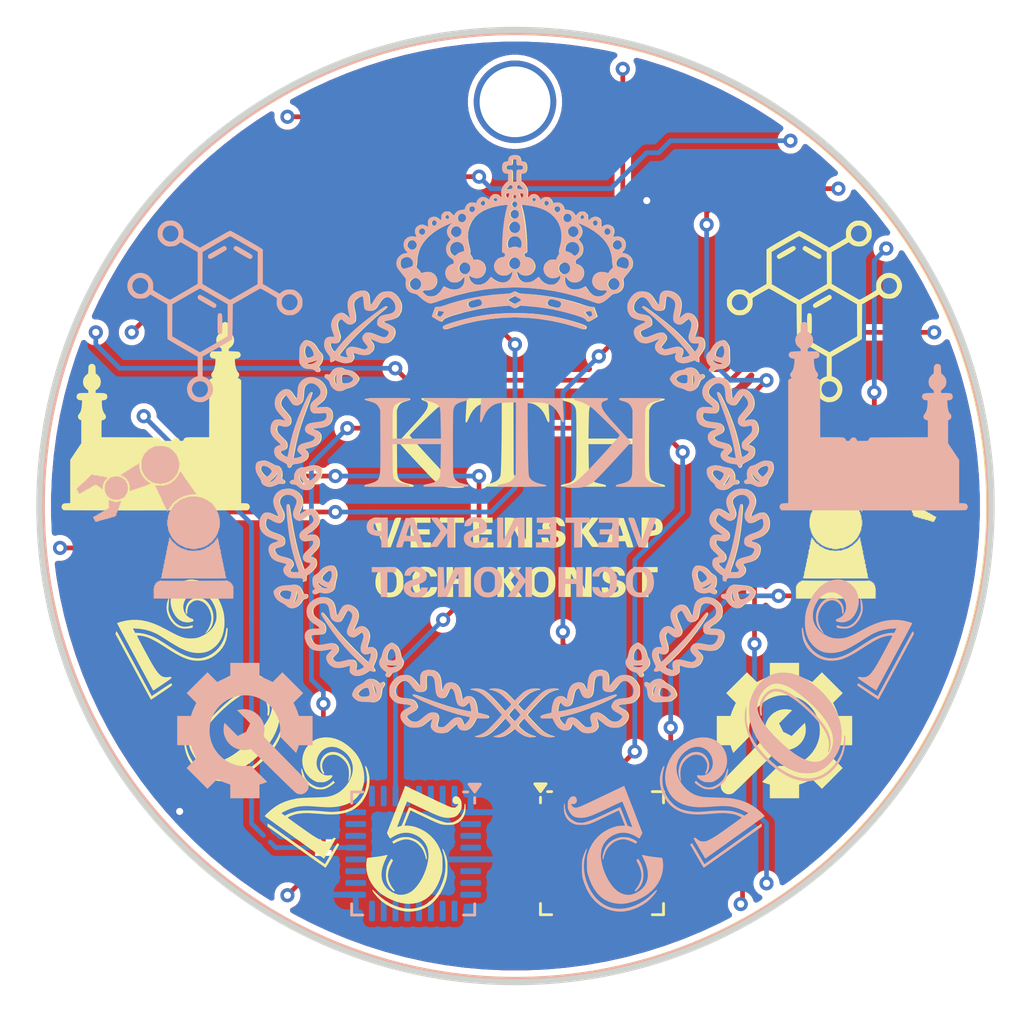
<source format=kicad_pcb>
(kicad_pcb (version 20241229) (generator "pcbnew") (generator_version "9.0")
  (layers (0 "F.Cu" signal) (2 "B.Cu" signal) (13 "F.Paste" user) (15 "B.Paste" user) (5 "F.SilkS" user "F.Silkscreen") (7 "B.SilkS" user "B.Silkscreen") (1 "F.Mask" user) (3 "B.Mask" user) (25 "Edge.Cuts" user))
  (net 0 "")
  (net 1 "GND")
  (net 7 "unconnected-(U1-PA14-Pad24)")
  (net 12 "unconnected-(U1-PB4-Pad27)")
  (net 20 "unconnected-(U2-PA11-Pad21)")
  (net 27 "unconnected-(U2-PB4-Pad27)")
  (net 54 "unconnected-(U1-PA13-Pad23)")
  (net 56 "unconnected-(U1-PB7-Pad30)")
  (net 57 "unconnected-(U1-PA0-Pad6)")
  (footprint "Package_DFN_QFN:QFN-32-1EP_5x5mm_P0.5mm_EP3.45x3.45mm" (layer "F.Cu") (at 143.39 104.895)
    (property "Reference" "U1" (hide yes))
    (property "Value" "STM32L011K4Ux" (hide yes))
    (pad "1" smd roundrect (at -2.4375 -1.75) (size 0.875 0.25) (layers "F.Cu" "F.Mask" "F.Paste") (net 1 "GND"))
    (pad "2" smd roundrect (at -2.4375 -1.25) (size 0.875 0.25) (layers "F.Cu" "F.Mask" "F.Paste"))
    (pad "3" smd roundrect (at -2.4375 -0.75) (size 0.875 0.25) (layers "F.Cu" "F.Mask" "F.Paste"))
    (pad "4" smd roundrect (at -2.4375 -0.25) (size 0.875 0.25) (layers "F.Cu" "F.Mask" "F.Paste"))
    (pad "5" smd roundrect (at -2.4375 0.25) (size 0.875 0.25) (layers "F.Cu" "F.Mask" "F.Paste") (net 1 "GND"))
    (pad "6" smd roundrect (at -2.4375 0.75) (size 0.875 0.25) (layers "F.Cu" "F.Mask" "F.Paste") (net 57 "unconnected-(U1-PA0-Pad6)"))
    (pad "7" smd roundrect (at -2.4375 1.25) (size 0.875 0.25) (layers "F.Cu" "F.Mask" "F.Paste"))
    (pad "8" smd roundrect (at -2.4375 1.75) (size 0.875 0.25) (layers "F.Cu" "F.Mask" "F.Paste"))
    (pad "9" smd roundrect (at -1.75 2.4375) (size 0.25 0.875) (layers "F.Cu" "F.Mask" "F.Paste"))
    (pad "10" smd roundrect (at -1.25 2.4375) (size 0.25 0.875) (layers "F.Cu" "F.Mask" "F.Paste"))
    (pad "11" smd roundrect (at -0.75 2.4375) (size 0.25 0.875) (layers "F.Cu" "F.Mask" "F.Paste"))
    (pad "12" smd roundrect (at -0.25 2.4375) (size 0.25 0.875) (layers "F.Cu" "F.Mask" "F.Paste"))
    (pad "13" smd roundrect (at 0.25 2.4375) (size 0.25 0.875) (layers "F.Cu" "F.Mask" "F.Paste"))
    (pad "14" smd roundrect (at 0.75 2.4375) (size 0.25 0.875) (layers "F.Cu" "F.Mask" "F.Paste"))
    (pad "15" smd roundrect (at 1.25 2.4375) (size 0.25 0.875) (layers "F.Cu" "F.Mask" "F.Paste"))
    (pad "16" smd roundrect (at 1.75 2.4375) (size 0.25 0.875) (layers "F.Cu" "F.Mask" "F.Paste"))
    (pad "17" smd roundrect (at 2.4375 1.75) (size 0.875 0.25) (layers "F.Cu" "F.Mask" "F.Paste") (net 1 "GND"))
    (pad "18" smd roundrect (at 2.4375 1.25) (size 0.875 0.25) (layers "F.Cu" "F.Mask" "F.Paste"))
    (pad "19" smd roundrect (at 2.4375 0.75) (size 0.875 0.25) (layers "F.Cu" "F.Mask" "F.Paste"))
    (pad "20" smd roundrect (at 2.4375 0.25) (size 0.875 0.25) (layers "F.Cu" "F.Mask" "F.Paste"))
    (pad "21" smd roundrect (at 2.4375 -0.25) (size 0.875 0.25) (layers "F.Cu" "F.Mask" "F.Paste"))
    (pad "22" smd roundrect (at 2.4375 -0.75) (size 0.875 0.25) (layers "F.Cu" "F.Mask" "F.Paste"))
    (pad "23" smd roundrect (at 2.4375 -1.25) (size 0.875 0.25) (layers "F.Cu" "F.Mask" "F.Paste") (net 54 "unconnected-(U1-PA13-Pad23)"))
    (pad "24" smd roundrect (at 2.4375 -1.75) (size 0.875 0.25) (layers "F.Cu" "F.Mask" "F.Paste") (net 7 "unconnected-(U1-PA14-Pad24)"))
    (pad "25" smd roundrect (at 1.75 -2.4375) (size 0.25 0.875) (layers "F.Cu" "F.Mask" "F.Paste"))
    (pad "26" smd roundrect (at 1.25 -2.4375) (size 0.25 0.875) (layers "F.Cu" "F.Mask" "F.Paste"))
    (pad "27" smd roundrect (at 0.75 -2.4375) (size 0.25 0.875) (layers "F.Cu" "F.Mask" "F.Paste") (net 12 "unconnected-(U1-PB4-Pad27)"))
    (pad "28" smd roundrect (at 0.25 -2.4375) (size 0.25 0.875) (layers "F.Cu" "F.Mask" "F.Paste"))
    (pad "29" smd roundrect (at -0.25 -2.4375) (size 0.25 0.875) (layers "F.Cu" "F.Mask" "F.Paste"))
    (pad "30" smd roundrect (at -0.75 -2.4375) (size 0.25 0.875) (layers "F.Cu" "F.Mask" "F.Paste") (net 56 "unconnected-(U1-PB7-Pad30)"))
    (pad "31" smd roundrect (at -1.25 -2.4375) (size 0.25 0.875) (layers "F.Cu" "F.Mask" "F.Paste"))
    (pad "32" smd roundrect (at -1.75 -2.4375) (size 0.25 0.875) (layers "F.Cu" "F.Mask" "F.Paste"))
  )
  (footprint "LOGO" (layer "F.Cu") (at 135.820296 97.518227)
    (property "Reference" "G***" (hide yes))
    (property "Value" "LOGO" (hide yes))
  )
  (footprint "LOGO" (layer "F.Cu") (at 124.46 86.36)
    (property "Reference" "G***" (hide yes))
    (property "Value" "LOGO" (hide yes))
  )
  (footprint "LOGO" (layer "F.Cu") (at 152.4 81.915)
    (property "Reference" "G***" (hide yes))
    (property "Value" "LOGO" (hide yes))
  )
  (footprint "LOGO" (layer "F.Cu") (at 154.94 90.805)
    (property "Reference" "G***" (hide yes))
    (property "Value" "LOGO" (hide yes))
  )
  (footprint "LOGO" (layer "F.Cu") (at 151.13 99.695)
    (property "Reference" "G***" (hide yes))
    (property "Value" "LOGO" (hide yes))
  )
  (footprint "LOGO" (layer "F.Cu") (at 139.7 87.63)
    (property "Reference" "G***" (hide yes))
    (property "Value" "LOGO" (hide yes))
  )
  (footprint "LOGO" (layer "B.Cu") (at 154.914068 86.36 180)
    (property "Reference" "G***" (hide yes))
    (property "Value" "LOGO" (hide yes))
  )
  (footprint "LOGO" (layer "B.Cu") (at 124.434068 90.805 180)
    (property "Reference" "G***" (hide yes))
    (property "Value" "LOGO" (hide yes))
  )
  (footprint "LOGO" (layer "B.Cu") (at 128.244068 99.695 180)
    (property "Reference" "G***" (hide yes))
    (property "Value" "LOGO" (hide yes))
  )
  (footprint "LOGO" (layer "B.Cu") (at 126.974068 81.915 180)
    (property "Reference" "G***" (hide yes))
    (property "Value" "LOGO" (hide yes))
  )
  (footprint "LOGO" (layer "B.Cu") (at 143.553772 97.518227 180)
    (property "Reference" "G***" (hide yes))
    (property "Value" "LOGO" (hide yes))
  )
  (footprint "Package_DFN_QFN:QFN-32-1EP_5x5mm_P0.5mm_EP3.45x3.45mm" (layer "B.Cu") (at 135.382 104.909 180)
    (property "Reference" "U2" (hide yes))
    (property "Value" "STM32L011K4Ux" (hide yes))
    (pad "1" smd roundrect (at -2.4375 1.75 180) (size 0.875 0.25) (layers "B.Cu" "B.Mask" "B.Paste") (net 1 "GND"))
    (pad "2" smd roundrect (at -2.4375 1.25 180) (size 0.875 0.25) (layers "B.Cu" "B.Mask" "B.Paste"))
    (pad "3" smd roundrect (at -2.4375 0.75 180) (size 0.875 0.25) (layers "B.Cu" "B.Mask" "B.Paste"))
    (pad "4" smd roundrect (at -2.4375 0.25 180) (size 0.875 0.25) (layers "B.Cu" "B.Mask" "B.Paste"))
    (pad "5" smd roundrect (at -2.4375 -0.25 180) (size 0.875 0.25) (layers "B.Cu" "B.Mask" "B.Paste") (net 1 "GND"))
    (pad "6" smd roundrect (at -2.4375 -0.75 180) (size 0.875 0.25) (layers "B.Cu" "B.Mask" "B.Paste"))
    (pad "7" smd roundrect (at -2.4375 -1.25 180) (size 0.875 0.25) (layers "B.Cu" "B.Mask" "B.Paste"))
    (pad "8" smd roundrect (at -2.4375 -1.75 180) (size 0.875 0.25) (layers "B.Cu" "B.Mask" "B.Paste"))
    (pad "9" smd roundrect (at -1.75 -2.4375 180) (size 0.25 0.875) (layers "B.Cu" "B.Mask" "B.Paste"))
    (pad "10" smd roundrect (at -1.25 -2.4375 180) (size 0.25 0.875) (layers "B.Cu" "B.Mask" "B.Paste"))
    (pad "11" smd roundrect (at -0.75 -2.4375 180) (size 0.25 0.875) (layers "B.Cu" "B.Mask" "B.Paste"))
    (pad "12" smd roundrect (at -0.25 -2.4375 180) (size 0.25 0.875) (layers "B.Cu" "B.Mask" "B.Paste"))
    (pad "13" smd roundrect (at 0.25 -2.4375 180) (size 0.25 0.875) (layers "B.Cu" "B.Mask" "B.Paste"))
    (pad "14" smd roundrect (at 0.75 -2.4375 180) (size 0.25 0.875) (layers "B.Cu" "B.Mask" "B.Paste"))
    (pad "15" smd roundrect (at 1.25 -2.4375 180) (size 0.25 0.875) (layers "B.Cu" "B.Mask" "B.Paste"))
    (pad "16" smd roundrect (at 1.75 -2.4375 180) (size 0.25 0.875) (layers "B.Cu" "B.Mask" "B.Paste"))
    (pad "17" smd roundrect (at 2.4375 -1.75 180) (size 0.875 0.25) (layers "B.Cu" "B.Mask" "B.Paste") (net 1 "GND"))
    (pad "18" smd roundrect (at 2.4375 -1.25 180) (size 0.875 0.25) (layers "B.Cu" "B.Mask" "B.Paste"))
    (pad "19" smd roundrect (at 2.4375 -0.75 180) (size 0.875 0.25) (layers "B.Cu" "B.Mask" "B.Paste"))
    (pad "20" smd roundrect (at 2.4375 -0.25 180) (size 0.875 0.25) (layers "B.Cu" "B.Mask" "B.Paste"))
    (pad "21" smd roundrect (at 2.4375 0.25 180) (size 0.875 0.25) (layers "B.Cu" "B.Mask" "B.Paste") (net 20 "unconnected-(U2-PA11-Pad21)"))
    (pad "22" smd roundrect (at 2.4375 0.75 180) (size 0.875 0.25) (layers "B.Cu" "B.Mask" "B.Paste"))
    (pad "23" smd roundrect (at 2.4375 1.25 180) (size 0.875 0.25) (layers "B.Cu" "B.Mask" "B.Paste"))
    (pad "24" smd roundrect (at 2.4375 1.75 180) (size 0.875 0.25) (layers "B.Cu" "B.Mask" "B.Paste"))
    (pad "25" smd roundrect (at 1.75 2.4375 180) (size 0.25 0.875) (layers "B.Cu" "B.Mask" "B.Paste"))
    (pad "26" smd roundrect (at 1.25 2.4375 180) (size 0.25 0.875) (layers "B.Cu" "B.Mask" "B.Paste"))
    (pad "27" smd roundrect (at 0.75 2.4375 180) (size 0.25 0.875) (layers "B.Cu" "B.Mask" "B.Paste") (net 27 "unconnected-(U2-PB4-Pad27)"))
    (pad "28" smd roundrect (at 0.25 2.4375 180) (size 0.25 0.875) (layers "B.Cu" "B.Mask" "B.Paste"))
    (pad "29" smd roundrect (at -0.25 2.4375 180) (size 0.25 0.875) (layers "B.Cu" "B.Mask" "B.Paste"))
    (pad "30" smd roundrect (at -0.75 2.4375 180) (size 0.25 0.875) (layers "B.Cu" "B.Mask" "B.Paste"))
    (pad "31" smd roundrect (at -1.25 2.4375 180) (size 0.25 0.875) (layers "B.Cu" "B.Mask" "B.Paste"))
    (pad "32" smd roundrect (at -1.75 2.4375 180) (size 0.25 0.875) (layers "B.Cu" "B.Mask" "B.Paste"))
  )
  (footprint "LOGO" (layer "B.Cu") (at 139.674068 87.63 180)
    (property "Reference" "G***" (hide yes))
    (property "Value" "LOGO" (hide yes))
  )
  (gr_circle (center 139.7 90.17) (end 159.8 90.17) (stroke (width 0.254)) (fill no) (layer "F.SilkS"))
  (gr_circle (center 139.734 90.17) (end 159.834 90.17) (stroke (width 0.254)) (fill no) (layer "B.SilkS"))
  (gr_circle (center 139.72 90.17) (end 159.92 90.17) (stroke (width 0.254)) (fill no) (layer "Edge.Cuts"))
  (segment (start 125.476 103.124) (end 125.984 102.616) (width 0.2) (layer "F.Cu") (net 0))
  (segment (start 148.844 76.708) (end 153.416 76.708) (width 0.2) (layer "F.Cu") (net 0))
  (segment (start 136.144 73.66) (end 133.604 73.66) (width 0.2) (layer "F.Cu") (net 0))
  (segment (start 120.396 91.948) (end 120.401087 91.948) (width 0.2) (layer "F.Cu") (net 0))
  (segment (start 136.652 74.168) (end 136.144 73.66) (width 0.2) (layer "F.Cu") (net 0))
  (segment (start 125.476 90.424) (end 132.08 90.424) (width 0.2) (layer "F.Cu") (net 0))
  (segment (start 147.828 78.232) (end 147.828 77.724) (width 0.2) (layer "F.Cu") (net 0))
  (segment (start 149.86 85.344) (end 150.368 84.836) (width 0.2) (layer "F.Cu") (net 0))
  (segment (start 123.444 82.804) (end 123.952 82.296) (width 0.2) (layer "F.Cu") (net 0))
  (segment (start 133.604 73.66) (end 130.048 73.66) (width 0.2) (layer "F.Cu") (net 0))
  (segment (start 135.128 84.836) (end 144.272 84.836) (width 0.2) (layer "F.Cu") (net 0))
  (segment (start 150.876 82.804) (end 157.48 82.804) (width 0.2) (layer "F.Cu") (net 0))
  (segment (start 125.476 102.616) (end 125.476 103.124) (width 0.2) (layer "F.Cu") (net 0))
  (segment (start 128.524 102.108) (end 128.524 100.076) (width 0.2) (layer "F.Cu") (net 0))
  (segment (start 125.984 102.616) (end 128.016 102.616) (width 0.2) (layer "F.Cu") (net 0))
  (segment (start 128.016 102.616) (end 128.524 102.108) (width 0.2) (layer "F.Cu") (net 0))
  (segment (start 144.272 84.836) (end 148.844 84.836) (width 0.2) (layer "F.Cu") (net 0))
  (segment (start 147.828 77.724) (end 148.844 76.708) (width 0.2) (layer "F.Cu") (net 0))
  (segment (start 149.86 96.012) (end 149.86 85.344) (width 0.2) (layer "F.Cu") (net 0))
  (segment (start 148.844 84.836) (end 149.352 84.328) (width 0.2) (layer "F.Cu") (net 0))
  (segment (start 138.684 82.296) (end 139.7 83.312) (width 0.2) (layer "F.Cu") (net 0))
  (segment (start 137.16 76.2) (end 136.652 75.692) (width 0.2) (layer "F.Cu") (net 0))
  (segment (start 149.352 84.328) (end 150.876 82.804) (width 0.2) (layer "F.Cu") (net 0))
  (segment (start 120.401603 91.947484) (end 123.952516 91.947484) (width 0.2) (layer "F.Cu") (net 0))
  (segment (start 136.652 75.692) (end 136.652 74.168) (width 0.2) (layer "F.Cu") (net 0))
  (segment (start 123.952 82.296) (end 138.684 82.296) (width 0.2) (layer "F.Cu") (net 0))
  (segment (start 138.176 76.2) (end 137.16 76.2) (width 0.2) (layer "F.Cu") (net 0))
  (segment (start 123.952516 91.947484) (end 125.476 90.424) (width 0.2) (layer "F.Cu") (net 0))
  (segment (start 120.401087 91.948) (end 120.401603 91.947484) (width 0.2) (layer "F.Cu") (net 0))
  (segment (start 134.62 84.328) (end 135.128 84.836) (width 0.2) (layer "F.Cu") (net 0))
  (via (at 139.7 83.312) (size 0.6) (drill 0.3) (layers "F.Cu" "B.Cu") (net 0))
  (via (at 150.368 84.836) (size 0.6) (drill 0.3) (layers "F.Cu" "B.Cu") (net 0))
  (via (at 151.384 74.676) (size 0.6) (drill 0.3) (layers "F.Cu" "B.Cu") (net 0))
  (via (at 153.416 76.708) (size 0.6) (drill 0.3) (layers "F.Cu" "B.Cu") (net 0))
  (via (at 121.92 82.804) (size 0.6) (drill 0.3) (layers "F.Cu" "B.Cu") (net 0))
  (via (at 149.86 96.012) (size 0.6) (drill 0.3) (layers "F.Cu" "B.Cu") (net 0))
  (via (at 130.048 73.66) (size 0.6) (drill 0.3) (layers "F.Cu" "B.Cu") (net 0))
  (via (at 157.48 82.804) (size 0.6) (drill 0.3) (layers "F.Cu" "B.Cu") (net 0))
  (via (at 150.368 106.172) (size 0.6) (drill 0.3) (layers "F.Cu" "B.Cu") (net 0))
  (via (at 147.828 78.232) (size 0.6) (drill 0.3) (layers "F.Cu" "B.Cu") (net 0))
  (via (at 132.08 90.424) (size 0.6) (drill 0.3) (layers "F.Cu" "B.Cu") (net 0))
  (via (at 123.444 82.804) (size 0.6) (drill 0.3) (layers "F.Cu" "B.Cu") (net 0))
  (via (at 120.401603 91.947484) (size 0.6) (drill 0.3) (layers "F.Cu" "B.Cu") (net 0))
  (via (at 125.476 103.124) (size 0.6) (drill 0.3) (layers "F.Cu" "B.Cu") (net 0))
  (via (at 134.62 84.328) (size 0.6) (drill 0.3) (layers "F.Cu" "B.Cu") (net 0))
  (via (at 138.176 76.2) (size 0.6) (drill 0.3) (layers "F.Cu" "B.Cu") (net 0))
  (via (at 139.7 73.025) (size 3.5) (drill 3) (layers "F.Cu" "B.Cu") (net 0))
  (segment (start 151.384 74.676) (end 146.304 74.676) (width 0.2) (layer "B.Cu") (net 0))
  (segment (start 122.936 84.328) (end 127 84.328) (width 0.2) (layer "B.Cu") (net 0))
  (segment (start 138.684 90.424) (end 139.7 89.408) (width 0.2) (layer "B.Cu") (net 0))
  (segment (start 147.828 83.82) (end 148.844 84.836) (width 0.2) (layer "B.Cu") (net 0))
  (segment (start 121.92 83.312) (end 122.936 84.328) (width 0.2) (layer "B.Cu") (net 0))
  (segment (start 150.368 103.632) (end 149.86 103.124) (width 0.2) (layer "B.Cu") (net 0))
  (segment (start 147.828 78.232) (end 147.828 83.82) (width 0.2) (layer "B.Cu") (net 0))
  (segment (start 144.272 76.2) (end 143.764 76.708) (width 0.2) (layer "B.Cu") (net 0))
  (segment (start 121.92 82.804) (end 121.92 83.312) (width 0.2) (layer "B.Cu") (net 0))
  (segment (start 143.764 76.708) (end 143.256 76.708) (width 0.2) (layer "B.Cu") (net 0))
  (segment (start 146.304 74.676) (end 145.796 75.184) (width 0.2) (layer "B.Cu") (net 0))
  (segment (start 127 84.328) (end 134.62 84.328) (width 0.2) (layer "B.Cu") (net 0))
  (segment (start 149.86 103.124) (end 149.86 96.012) (width 0.2) (layer "B.Cu") (net 0))
  (segment (start 145.796 75.184) (end 145.288 75.184) (width 0.2) (layer "B.Cu") (net 0))
  (segment (start 148.844 84.836) (end 150.368 84.836) (width 0.2) (layer "B.Cu") (net 0))
  (segment (start 139.7 89.408) (end 139.7 83.312) (width 0.2) (layer "B.Cu") (net 0))
  (segment (start 150.368 106.172) (end 150.368 103.632) (width 0.2) (layer "B.Cu") (net 0))
  (segment (start 133.604 90.424) (end 138.684 90.424) (width 0.2) (layer "B.Cu") (net 0))
  (segment (start 143.256 76.708) (end 138.684 76.708) (width 0.2) (layer "B.Cu") (net 0))
  (segment (start 138.684 76.708) (end 138.176 76.2) (width 0.2) (layer "B.Cu") (net 0))
  (segment (start 132.08 90.424) (end 133.604 90.424) (width 0.2) (layer "B.Cu") (net 0))
  (segment (start 145.288 75.184) (end 144.272 76.2) (width 0.2) (layer "B.Cu") (net 0))
  (via (at 145.288 77.216) (size 0.6) (drill 0.3) (layers "F.Cu" "B.Cu") (net 1))
  (segment (start 146.304 102.6685) (end 146.304 99.568) (width 0.2) (layer "F.Cu") (net 7))
  (segment (start 150.876 93.98) (end 153.416 93.98) (width 0.2) (layer "F.Cu") (net 7))
  (segment (start 154.432 92.964) (end 154.94 92.456) (width 0.2) (layer "F.Cu") (net 7))
  (segment (start 154.94 85.344) (end 154.94 85.852) (width 0.2) (layer "F.Cu") (net 7))
  (segment (start 154.94 92.456) (end 154.94 85.344) (width 0.2) (layer "F.Cu") (net 7))
  (segment (start 153.416 93.98) (end 154.432 92.964) (width 0.2) (layer "F.Cu") (net 7))
  (segment (start 145.8275 103.145) (end 146.304 102.6685) (width 0.2) (layer "F.Cu") (net 7))
  (via (at 155.448 79.248) (size 0.6) (drill 0.3) (layers "F.Cu" "B.Cu") (net 7))
  (via (at 154.94 85.344) (size 0.6) (drill 0.3) (layers "F.Cu" "B.Cu") (net 7))
  (via (at 146.304 99.568) (size 0.6) (drill 0.3) (layers "F.Cu" "B.Cu") (net 7))
  (via (at 150.876 93.98) (size 0.6) (drill 0.3) (layers "F.Cu" "B.Cu") (net 7))
  (segment (start 148.844 93.98) (end 150.876 93.98) (width 0.2) (layer "B.Cu") (net 7))
  (segment (start 146.304 96.52) (end 148.844 93.98) (width 0.2) (layer "B.Cu") (net 7))
  (segment (start 154.94 79.756) (end 155.448 79.248) (width 0.2) (layer "B.Cu") (net 7))
  (segment (start 146.304 99.568) (end 146.304 96.52) (width 0.2) (layer "B.Cu") (net 7))
  (segment (start 154.94 85.344) (end 154.94 79.756) (width 0.2) (layer "B.Cu") (net 7))
  (segment (start 145.796 86.868) (end 140.208 86.868) (width 0.2) (layer "F.Cu") (net 12))
  (segment (start 131.572 98.552) (end 131.572 105.156) (width 0.2) (layer "F.Cu") (net 12))
  (segment (start 144.14 101.224) (end 144.78 100.584) (width 0.2) (layer "F.Cu") (net 12))
  (segment (start 140.208 86.868) (end 132.588 86.868) (width 0.2) (layer "F.Cu") (net 12))
  (segment (start 144.14 102.4575) (end 144.14 101.224) (width 0.2) (layer "F.Cu") (net 12))
  (segment (start 146.812 87.884) (end 145.796 86.868) (width 0.2) (layer "F.Cu") (net 12))
  (segment (start 131.572 105.156) (end 130.048 106.68) (width 0.2) (layer "F.Cu") (net 12))
  (via (at 144.78 100.584) (size 0.6) (drill 0.3) (layers "F.Cu" "B.Cu") (net 12))
  (via (at 132.588 86.868) (size 0.6) (drill 0.3) (layers "F.Cu" "B.Cu") (net 12))
  (via (at 130.048 106.68) (size 0.6) (drill 0.3) (layers "F.Cu" "B.Cu") (net 12))
  (via (at 131.572 98.552) (size 0.6) (drill 0.3) (layers "F.Cu" "B.Cu") (net 12))
  (via (at 146.812 87.884) (size 0.6) (drill 0.3) (layers "F.Cu" "B.Cu") (net 12))
  (segment (start 132.588 86.868) (end 131.064 88.392) (width 0.2) (layer "B.Cu") (net 12))
  (segment (start 145.796 91.44) (end 146.812 90.424) (width 0.2) (layer "B.Cu") (net 12))
  (segment (start 131.572 98.044) (end 131.572 98.552) (width 0.2) (layer "B.Cu") (net 12))
  (segment (start 146.812 90.424) (end 146.812 87.884) (width 0.2) (layer "B.Cu") (net 12))
  (segment (start 131.064 97.536) (end 131.572 98.044) (width 0.2) (layer "B.Cu") (net 12))
  (segment (start 144.78 92.456) (end 145.796 91.44) (width 0.2) (layer "B.Cu") (net 12))
  (segment (start 131.064 88.392) (end 131.064 97.536) (width 0.2) (layer "B.Cu") (net 12))
  (segment (start 144.78 100.584) (end 144.78 97.536) (width 0.2) (layer "B.Cu") (net 12))
  (segment (start 144.78 97.536) (end 144.78 92.456) (width 0.2) (layer "B.Cu") (net 12))
  (segment (start 129.551 104.659) (end 129.31555 104.42355) (width 0.2) (layer "B.Cu") (net 20))
  (segment (start 132.9445 104.659) (end 129.551 104.659) (width 0.2) (layer "B.Cu") (net 20))
  (segment (start 136.652 94.996) (end 138.176 93.472) (width 0.2) (layer "F.Cu") (net 27))
  (segment (start 138.176 93.472) (end 138.176 88.9) (width 0.2) (layer "F.Cu") (net 27))
  (segment (start 132.08 88.9) (end 126.492 88.9) (width 0.2) (layer "F.Cu") (net 27))
  (segment (start 126.492 88.9) (end 123.952 86.36) (width 0.2) (layer "F.Cu") (net 27))
  (via (at 138.176 88.9) (size 0.6) (drill 0.3) (layers "F.Cu" "B.Cu") (net 27))
  (via (at 123.952 86.36) (size 0.6) (drill 0.3) (layers "F.Cu" "B.Cu") (net 27))
  (via (at 132.08 88.9) (size 0.6) (drill 0.3) (layers "F.Cu" "B.Cu") (net 27))
  (via (at 136.652 94.996) (size 0.6) (drill 0.3) (layers "F.Cu" "B.Cu") (net 27))
  (segment (start 128.524 94.996) (end 128.524 103.632) (width 0.2) (layer "B.Cu") (net 27))
  (segment (start 123.952 86.36) (end 128.524 90.932) (width 0.2) (layer "B.Cu") (net 27))
  (segment (start 134.632 97.016) (end 136.652 94.996) (width 0.2) (layer "B.Cu") (net 27))
  (segment (start 128.524 103.632) (end 129.032 104.14) (width 0.2) (layer "B.Cu") (net 27))
  (segment (start 128.524 90.932) (end 128.524 94.996) (width 0.2) (layer "B.Cu") (net 27))
  (segment (start 138.176 88.9) (end 132.08 88.9) (width 0.2) (layer "B.Cu") (net 27))
  (segment (start 134.632 102.4715) (end 134.632 97.016) (width 0.2) (layer "B.Cu") (net 27))
  (segment (start 149.352 106.977116) (end 149.275781 107.053335) (width 0.2) (layer "F.Cu") (net 54))
  (segment (start 145.8275 103.645) (end 147.841 103.645) (width 0.2) (layer "F.Cu") (net 54))
  (segment (start 147.841 103.645) (end 149.352 105.156) (width 0.2) (layer "F.Cu") (net 54))
  (segment (start 149.352 105.156) (end 149.352 106.977116) (width 0.2) (layer "F.Cu") (net 54))
  (via (at 149.275781 107.053335) (size 0.6) (drill 0.3) (layers "F.Cu" "B.Cu") (net 54))
  (segment (start 144.272 82.804) (end 144.272 71.628) (width 0.2) (layer "F.Cu") (net 56))
  (segment (start 142.64 102.4575) (end 142.64 96.92) (width 0.2) (layer "F.Cu") (net 56))
  (segment (start 143.256 83.82) (end 144.272 82.804) (width 0.2) (layer "F.Cu") (net 56))
  (segment (start 142.64 96.92) (end 141.732 96.012) (width 0.2) (layer "F.Cu") (net 56))
  (segment (start 141.732 96.012) (end 141.732 95.504) (width 0.2) (layer "F.Cu") (net 56))
  (via (at 143.256 83.82) (size 0.6) (drill 0.3) (layers "F.Cu" "B.Cu") (net 56))
  (via (at 144.272 71.628) (size 0.6) (drill 0.3) (layers "F.Cu" "B.Cu") (net 56))
  (via (at 141.732 95.504) (size 0.6) (drill 0.3) (layers "F.Cu" "B.Cu") (net 56))
  (segment (start 141.732 95.504) (end 141.732 85.344) (width 0.2) (layer "B.Cu") (net 56))
  (segment (start 141.732 85.344) (end 143.256 83.82) (width 0.2) (layer "B.Cu") (net 56))
  (segment (start 140.499202 105.645) (end 140.9525 105.645) (width 0.2) (layer "F.Cu") (net 57))
  (zone (net 1) (net_name "GND") (layer "F.Cu") (connect_pads (clearance 0.25)) (min_thickness 0.25) (fill yes (thermal_gap 0.5) (thermal_bridge_width 0.5))
    (polygon (pts (xy 147.066 109.474) (xy 150.495 108.077) (xy 155.321 104.521) (xy 159.004 99.695) (xy 161.29 91.948) (xy 160.274 84.328) (xy 157.099 77.851) (xy 150.368 71.374) (xy 142.367 68.707) (xy 126.492 69.723) (xy 118.364 82.296) (xy 117.856 87.757) (xy 118.618 97.79) (xy 123.444 105.664) (xy 132.08 111.125) (xy 145.034 112.141)))
  )
  (zone (net 1) (net_name "GND") (layer "B.Cu") (connect_pads (clearance 0.25)) (min_thickness 0.25) (fill yes (thermal_gap 0.5) (thermal_bridge_width 0.5))
    (polygon (pts (xy 147.066 109.474) (xy 150.495 108.077) (xy 155.321 104.521) (xy 159.004 99.695) (xy 161.29 91.948) (xy 160.274 84.328) (xy 157.099 77.851) (xy 150.368 71.374) (xy 142.367 68.707) (xy 126.492 69.723) (xy 118.364 82.296) (xy 117.856 87.757) (xy 118.618 97.79) (xy 123.444 105.664) (xy 132.08 111.125) (xy 145.034 112.141)))
  )
)
</source>
